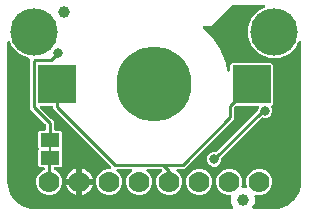
<source format=gbr>
G04 EAGLE Gerber RS-274X export*
G75*
%MOMM*%
%FSLAX34Y34*%
%LPD*%
%INBottom Copper*%
%IPPOS*%
%AMOC8*
5,1,8,0,0,1.08239X$1,22.5*%
G01*
%ADD10C,6.350000*%
%ADD11R,3.200000X3.200000*%
%ADD12C,4.016000*%
%ADD13R,1.600200X1.168400*%
%ADD14R,0.203200X0.635000*%
%ADD15C,1.000000*%
%ADD16C,1.778000*%
%ADD17C,0.800100*%
%ADD18C,0.254000*%

G36*
X192814Y2557D02*
X192814Y2557D01*
X192946Y2568D01*
X192972Y2577D01*
X192999Y2581D01*
X193122Y2629D01*
X193247Y2673D01*
X193269Y2688D01*
X193294Y2698D01*
X193401Y2775D01*
X193512Y2849D01*
X193530Y2869D01*
X193552Y2884D01*
X193636Y2987D01*
X193725Y3085D01*
X193737Y3109D01*
X193755Y3129D01*
X193811Y3249D01*
X193872Y3366D01*
X193879Y3393D01*
X193890Y3417D01*
X193915Y3547D01*
X193945Y3676D01*
X193945Y3703D01*
X193950Y3729D01*
X193942Y3861D01*
X193939Y3994D01*
X193932Y4020D01*
X193930Y4047D01*
X193889Y4173D01*
X193854Y4300D01*
X193837Y4335D01*
X193832Y4349D01*
X193820Y4368D01*
X193782Y4445D01*
X192016Y7504D01*
X192016Y12982D01*
X192019Y12998D01*
X192043Y13128D01*
X192042Y13154D01*
X192046Y13181D01*
X192032Y13313D01*
X192024Y13445D01*
X192016Y13470D01*
X192013Y13497D01*
X191967Y13621D01*
X191926Y13747D01*
X191911Y13770D01*
X191902Y13795D01*
X191827Y13904D01*
X191756Y14016D01*
X191736Y14034D01*
X191721Y14056D01*
X191621Y14143D01*
X191524Y14234D01*
X191501Y14247D01*
X191480Y14264D01*
X191361Y14324D01*
X191245Y14388D01*
X191220Y14394D01*
X191196Y14406D01*
X191066Y14434D01*
X190937Y14467D01*
X190900Y14469D01*
X190885Y14473D01*
X190863Y14472D01*
X190777Y14477D01*
X188327Y14477D01*
X184313Y16140D01*
X181240Y19213D01*
X179577Y23227D01*
X179577Y27573D01*
X181240Y31587D01*
X184313Y34660D01*
X188327Y36323D01*
X192673Y36323D01*
X196687Y34660D01*
X199760Y31587D01*
X201423Y27573D01*
X201423Y23227D01*
X200843Y21829D01*
X200830Y21781D01*
X200809Y21736D01*
X200788Y21628D01*
X200759Y21522D01*
X200759Y21472D01*
X200749Y21423D01*
X200756Y21314D01*
X200754Y21204D01*
X200766Y21156D01*
X200769Y21106D01*
X200803Y21002D01*
X200829Y20895D01*
X200852Y20851D01*
X200867Y20804D01*
X200926Y20711D01*
X200977Y20614D01*
X201011Y20577D01*
X201037Y20535D01*
X201117Y20460D01*
X201191Y20378D01*
X201233Y20351D01*
X201269Y20317D01*
X201365Y20264D01*
X201457Y20204D01*
X201504Y20187D01*
X201547Y20163D01*
X201654Y20136D01*
X201758Y20100D01*
X201807Y20096D01*
X201855Y20084D01*
X202016Y20074D01*
X204384Y20074D01*
X204433Y20080D01*
X204483Y20078D01*
X204590Y20100D01*
X204700Y20114D01*
X204746Y20132D01*
X204794Y20142D01*
X204893Y20190D01*
X204995Y20231D01*
X205035Y20260D01*
X205080Y20282D01*
X205164Y20353D01*
X205253Y20417D01*
X205284Y20456D01*
X205322Y20488D01*
X205385Y20578D01*
X205455Y20662D01*
X205477Y20707D01*
X205505Y20748D01*
X205544Y20851D01*
X205591Y20950D01*
X205600Y20999D01*
X205618Y21045D01*
X205630Y21155D01*
X205651Y21262D01*
X205648Y21312D01*
X205653Y21361D01*
X205638Y21470D01*
X205631Y21580D01*
X205616Y21627D01*
X205609Y21676D01*
X205557Y21829D01*
X204977Y23227D01*
X204977Y27573D01*
X206640Y31587D01*
X209713Y34660D01*
X213727Y36323D01*
X218073Y36323D01*
X222087Y34660D01*
X225160Y31587D01*
X226823Y27573D01*
X226823Y23227D01*
X225160Y19213D01*
X222087Y16140D01*
X218073Y14477D01*
X213727Y14477D01*
X213446Y14594D01*
X213385Y14611D01*
X213327Y14636D01*
X213232Y14652D01*
X213139Y14678D01*
X213076Y14679D01*
X213014Y14689D01*
X212918Y14681D01*
X212821Y14683D01*
X212760Y14668D01*
X212697Y14663D01*
X212606Y14631D01*
X212512Y14609D01*
X212456Y14579D01*
X212396Y14559D01*
X212316Y14505D01*
X212231Y14460D01*
X212184Y14418D01*
X212131Y14383D01*
X212067Y14311D01*
X211995Y14246D01*
X211961Y14193D01*
X211918Y14147D01*
X211874Y14061D01*
X211821Y13980D01*
X211800Y13921D01*
X211771Y13865D01*
X211749Y13771D01*
X211717Y13680D01*
X211712Y13617D01*
X211698Y13555D01*
X211700Y13459D01*
X211692Y13363D01*
X211703Y13300D01*
X211704Y13237D01*
X211730Y13145D01*
X211747Y13049D01*
X211773Y12992D01*
X211789Y12931D01*
X211844Y12821D01*
X211844Y7504D01*
X210078Y4445D01*
X210026Y4322D01*
X209970Y4203D01*
X209965Y4176D01*
X209954Y4151D01*
X209935Y4020D01*
X209910Y3890D01*
X209912Y3864D01*
X209908Y3837D01*
X209922Y3705D01*
X209930Y3573D01*
X209938Y3547D01*
X209941Y3521D01*
X209987Y3396D01*
X210028Y3271D01*
X210042Y3248D01*
X210052Y3222D01*
X210127Y3114D01*
X210198Y3002D01*
X210218Y2983D01*
X210233Y2961D01*
X210333Y2875D01*
X210430Y2784D01*
X210453Y2771D01*
X210474Y2753D01*
X210592Y2694D01*
X210708Y2630D01*
X210734Y2624D01*
X210758Y2612D01*
X210888Y2584D01*
X211016Y2551D01*
X211054Y2549D01*
X211070Y2545D01*
X211091Y2546D01*
X211177Y2541D01*
X228600Y2541D01*
X228622Y2543D01*
X228700Y2545D01*
X232077Y2810D01*
X232145Y2824D01*
X232214Y2829D01*
X232370Y2869D01*
X238794Y4956D01*
X238901Y5006D01*
X239012Y5050D01*
X239063Y5083D01*
X239082Y5091D01*
X239097Y5104D01*
X239148Y5136D01*
X244612Y9107D01*
X244699Y9188D01*
X244746Y9227D01*
X244752Y9231D01*
X244753Y9232D01*
X244791Y9264D01*
X244829Y9310D01*
X244844Y9324D01*
X244855Y9342D01*
X244893Y9388D01*
X248864Y14852D01*
X248921Y14956D01*
X248985Y15056D01*
X249007Y15113D01*
X249017Y15131D01*
X249022Y15151D01*
X249044Y15206D01*
X251131Y21630D01*
X251144Y21698D01*
X251167Y21764D01*
X251190Y21923D01*
X251455Y25300D01*
X251455Y25304D01*
X251456Y25307D01*
X251455Y25326D01*
X251459Y25400D01*
X251459Y143423D01*
X251451Y143492D01*
X251452Y143562D01*
X251431Y143649D01*
X251419Y143738D01*
X251394Y143803D01*
X251377Y143871D01*
X251335Y143951D01*
X251302Y144034D01*
X251261Y144090D01*
X251229Y144152D01*
X251168Y144219D01*
X251116Y144291D01*
X251062Y144336D01*
X251015Y144388D01*
X250940Y144437D01*
X250871Y144494D01*
X250807Y144524D01*
X250749Y144562D01*
X250664Y144592D01*
X250583Y144630D01*
X250514Y144643D01*
X250448Y144666D01*
X250359Y144673D01*
X250271Y144690D01*
X250201Y144685D01*
X250131Y144691D01*
X250043Y144675D01*
X249953Y144670D01*
X249887Y144648D01*
X249818Y144636D01*
X249736Y144599D01*
X249651Y144572D01*
X249592Y144534D01*
X249528Y144506D01*
X249458Y144450D01*
X249382Y144402D01*
X249334Y144351D01*
X249280Y144307D01*
X249225Y144235D01*
X249164Y144170D01*
X249130Y144109D01*
X249088Y144053D01*
X249017Y143909D01*
X247346Y139874D01*
X241126Y133654D01*
X232999Y130287D01*
X224201Y130287D01*
X216074Y133654D01*
X209854Y139874D01*
X206487Y148001D01*
X206487Y156799D01*
X209854Y164926D01*
X216074Y171146D01*
X220109Y172817D01*
X220169Y172852D01*
X220234Y172878D01*
X220307Y172930D01*
X220385Y172975D01*
X220435Y173023D01*
X220491Y173064D01*
X220549Y173134D01*
X220613Y173196D01*
X220650Y173256D01*
X220694Y173309D01*
X220733Y173391D01*
X220780Y173467D01*
X220800Y173534D01*
X220830Y173597D01*
X220847Y173685D01*
X220873Y173771D01*
X220876Y173841D01*
X220890Y173910D01*
X220884Y173999D01*
X220888Y174089D01*
X220874Y174157D01*
X220870Y174227D01*
X220842Y174312D01*
X220824Y174400D01*
X220793Y174463D01*
X220772Y174529D01*
X220724Y174605D01*
X220684Y174686D01*
X220639Y174739D01*
X220602Y174798D01*
X220536Y174860D01*
X220478Y174928D01*
X220421Y174968D01*
X220370Y175016D01*
X220291Y175059D01*
X220218Y175111D01*
X220153Y175136D01*
X220092Y175170D01*
X220005Y175192D01*
X219921Y175224D01*
X219851Y175232D01*
X219784Y175249D01*
X219623Y175259D01*
X193348Y175259D01*
X193250Y175247D01*
X193151Y175244D01*
X193093Y175227D01*
X193033Y175219D01*
X192941Y175183D01*
X192845Y175155D01*
X192793Y175125D01*
X192737Y175102D01*
X192657Y175044D01*
X192572Y174994D01*
X192496Y174928D01*
X192480Y174916D01*
X192472Y174906D01*
X192451Y174888D01*
X175042Y157479D01*
X169379Y157479D01*
X169241Y157462D01*
X169102Y157449D01*
X169083Y157442D01*
X169063Y157439D01*
X168934Y157388D01*
X168803Y157341D01*
X168786Y157330D01*
X168767Y157322D01*
X168655Y157241D01*
X168540Y157163D01*
X168526Y157147D01*
X168510Y157136D01*
X168421Y157028D01*
X168329Y156924D01*
X168320Y156906D01*
X168307Y156891D01*
X168248Y156765D01*
X168185Y156641D01*
X168180Y156621D01*
X168172Y156603D01*
X168146Y156467D01*
X168115Y156331D01*
X168116Y156310D01*
X168112Y156291D01*
X168120Y156152D01*
X168125Y156013D01*
X168130Y155993D01*
X168132Y155973D01*
X168174Y155841D01*
X168213Y155707D01*
X168223Y155690D01*
X168230Y155671D01*
X168304Y155553D01*
X168375Y155433D01*
X168393Y155412D01*
X168400Y155402D01*
X168415Y155388D01*
X168481Y155313D01*
X175797Y147997D01*
X182672Y137707D01*
X187408Y126275D01*
X188707Y119741D01*
X188718Y119708D01*
X188723Y119674D01*
X188768Y119558D01*
X188808Y119440D01*
X188827Y119410D01*
X188840Y119378D01*
X188913Y119277D01*
X188980Y119173D01*
X189006Y119149D01*
X189026Y119120D01*
X189123Y119041D01*
X189214Y118957D01*
X189244Y118940D01*
X189271Y118918D01*
X189384Y118865D01*
X189494Y118805D01*
X189528Y118797D01*
X189559Y118782D01*
X189681Y118759D01*
X189802Y118729D01*
X189837Y118729D01*
X189872Y118722D01*
X189996Y118730D01*
X190120Y118731D01*
X190154Y118740D01*
X190189Y118742D01*
X190307Y118780D01*
X190428Y118812D01*
X190458Y118829D01*
X190491Y118840D01*
X190597Y118907D01*
X190705Y118967D01*
X190731Y118992D01*
X190760Y119010D01*
X190846Y119101D01*
X190936Y119187D01*
X190954Y119216D01*
X190978Y119242D01*
X191038Y119351D01*
X191104Y119456D01*
X191115Y119490D01*
X191132Y119520D01*
X191163Y119641D01*
X191200Y119760D01*
X191202Y119795D01*
X191211Y119828D01*
X191221Y119989D01*
X191221Y124792D01*
X192412Y125983D01*
X226096Y125983D01*
X227287Y124792D01*
X227287Y91108D01*
X226384Y90206D01*
X226366Y90182D01*
X226344Y90163D01*
X226269Y90057D01*
X226189Y89954D01*
X226178Y89927D01*
X226161Y89903D01*
X226114Y89781D01*
X226063Y89662D01*
X226058Y89633D01*
X226048Y89606D01*
X226033Y89477D01*
X226013Y89348D01*
X226016Y89319D01*
X226013Y89290D01*
X226031Y89161D01*
X226043Y89032D01*
X226053Y89004D01*
X226057Y88975D01*
X226109Y88822D01*
X226930Y86841D01*
X226930Y84441D01*
X226011Y82224D01*
X224314Y80527D01*
X222096Y79608D01*
X219696Y79608D01*
X219018Y79889D01*
X218989Y79897D01*
X218963Y79910D01*
X218836Y79939D01*
X218711Y79973D01*
X218682Y79973D01*
X218653Y79980D01*
X218523Y79976D01*
X218393Y79978D01*
X218364Y79971D01*
X218335Y79970D01*
X218210Y79934D01*
X218084Y79904D01*
X218058Y79890D01*
X218029Y79882D01*
X217918Y79816D01*
X217910Y79812D01*
X217900Y79808D01*
X217893Y79803D01*
X217803Y79755D01*
X217781Y79735D01*
X217756Y79720D01*
X217643Y79622D01*
X217643Y79621D01*
X217635Y79614D01*
X184205Y46184D01*
X184144Y46106D01*
X184076Y46034D01*
X184047Y45981D01*
X184010Y45933D01*
X183971Y45842D01*
X183923Y45755D01*
X183908Y45697D01*
X183884Y45641D01*
X183868Y45543D01*
X183843Y45447D01*
X183837Y45347D01*
X183834Y45327D01*
X183835Y45315D01*
X183833Y45287D01*
X183833Y43250D01*
X182915Y41032D01*
X181218Y39335D01*
X179000Y38417D01*
X176600Y38417D01*
X174382Y39335D01*
X172685Y41032D01*
X171767Y43250D01*
X171767Y45650D01*
X172685Y47868D01*
X174382Y49565D01*
X176600Y50483D01*
X178637Y50483D01*
X178735Y50496D01*
X178834Y50499D01*
X178892Y50515D01*
X178952Y50523D01*
X179044Y50560D01*
X179139Y50587D01*
X179192Y50618D01*
X179248Y50640D01*
X179328Y50698D01*
X179413Y50749D01*
X179489Y50815D01*
X179505Y50827D01*
X179513Y50836D01*
X179534Y50855D01*
X214491Y85812D01*
X214552Y85890D01*
X214620Y85963D01*
X214649Y86016D01*
X214686Y86063D01*
X214726Y86154D01*
X214773Y86241D01*
X214789Y86300D01*
X214813Y86355D01*
X214828Y86453D01*
X214853Y86549D01*
X214859Y86649D01*
X214862Y86669D01*
X214861Y86682D01*
X214863Y86710D01*
X214863Y86841D01*
X215410Y88162D01*
X215423Y88210D01*
X215445Y88255D01*
X215465Y88363D01*
X215494Y88469D01*
X215495Y88519D01*
X215504Y88568D01*
X215497Y88677D01*
X215499Y88787D01*
X215488Y88835D01*
X215485Y88885D01*
X215451Y88989D01*
X215425Y89096D01*
X215402Y89140D01*
X215387Y89187D01*
X215328Y89280D01*
X215276Y89377D01*
X215243Y89414D01*
X215216Y89456D01*
X215136Y89531D01*
X215062Y89613D01*
X215021Y89640D01*
X214985Y89674D01*
X214889Y89727D01*
X214797Y89787D01*
X214750Y89804D01*
X214706Y89828D01*
X214600Y89855D01*
X214496Y89891D01*
X214446Y89895D01*
X214398Y89907D01*
X214238Y89917D01*
X196418Y89917D01*
X196320Y89905D01*
X196221Y89902D01*
X196162Y89885D01*
X196102Y89877D01*
X196010Y89841D01*
X195915Y89813D01*
X195863Y89783D01*
X195807Y89760D01*
X195727Y89702D01*
X195641Y89652D01*
X195566Y89586D01*
X195549Y89574D01*
X195541Y89564D01*
X195520Y89546D01*
X194766Y88791D01*
X194705Y88713D01*
X194637Y88641D01*
X194608Y88588D01*
X194571Y88540D01*
X194531Y88449D01*
X194484Y88362D01*
X194468Y88303D01*
X194444Y88248D01*
X194429Y88150D01*
X194404Y88054D01*
X194398Y87954D01*
X194395Y87934D01*
X194396Y87921D01*
X194394Y87893D01*
X194394Y78765D01*
X152332Y36702D01*
X146909Y36702D01*
X146772Y36685D01*
X146633Y36672D01*
X146614Y36665D01*
X146593Y36662D01*
X146465Y36611D01*
X146333Y36564D01*
X146317Y36553D01*
X146298Y36545D01*
X146185Y36464D01*
X146070Y36386D01*
X146057Y36370D01*
X146040Y36359D01*
X145952Y36251D01*
X145860Y36147D01*
X145851Y36129D01*
X145838Y36114D01*
X145778Y35988D01*
X145715Y35864D01*
X145711Y35844D01*
X145702Y35826D01*
X145676Y35690D01*
X145646Y35554D01*
X145646Y35533D01*
X145642Y35514D01*
X145651Y35375D01*
X145655Y35236D01*
X145661Y35216D01*
X145662Y35196D01*
X145705Y35064D01*
X145744Y34930D01*
X145754Y34913D01*
X145760Y34894D01*
X145835Y34776D01*
X145905Y34656D01*
X145924Y34635D01*
X145930Y34625D01*
X145945Y34611D01*
X146012Y34536D01*
X148960Y31587D01*
X150623Y27573D01*
X150623Y23227D01*
X148960Y19213D01*
X145887Y16140D01*
X141873Y14477D01*
X137527Y14477D01*
X133513Y16140D01*
X130440Y19213D01*
X128777Y23227D01*
X128777Y27573D01*
X130440Y31587D01*
X133189Y34336D01*
X133262Y34430D01*
X133340Y34519D01*
X133359Y34555D01*
X133384Y34587D01*
X133431Y34696D01*
X133485Y34802D01*
X133494Y34842D01*
X133510Y34879D01*
X133529Y34997D01*
X133555Y35113D01*
X133553Y35153D01*
X133560Y35193D01*
X133549Y35312D01*
X133545Y35430D01*
X133534Y35469D01*
X133530Y35509D01*
X133490Y35622D01*
X133457Y35736D01*
X133436Y35771D01*
X133422Y35809D01*
X133356Y35907D01*
X133295Y36010D01*
X133255Y36055D01*
X133244Y36072D01*
X133228Y36085D01*
X133189Y36131D01*
X132989Y36331D01*
X132910Y36391D01*
X132838Y36459D01*
X132785Y36488D01*
X132737Y36525D01*
X132647Y36565D01*
X132560Y36613D01*
X132501Y36628D01*
X132445Y36652D01*
X132348Y36667D01*
X132252Y36692D01*
X132152Y36698D01*
X132131Y36702D01*
X132119Y36700D01*
X132091Y36702D01*
X121509Y36702D01*
X121372Y36685D01*
X121233Y36672D01*
X121214Y36665D01*
X121193Y36662D01*
X121065Y36611D01*
X120933Y36564D01*
X120917Y36553D01*
X120898Y36545D01*
X120785Y36464D01*
X120670Y36386D01*
X120657Y36370D01*
X120640Y36359D01*
X120552Y36251D01*
X120460Y36147D01*
X120451Y36129D01*
X120438Y36114D01*
X120378Y35988D01*
X120315Y35864D01*
X120311Y35844D01*
X120302Y35826D01*
X120276Y35690D01*
X120246Y35554D01*
X120246Y35533D01*
X120242Y35514D01*
X120251Y35375D01*
X120255Y35236D01*
X120261Y35216D01*
X120262Y35196D01*
X120305Y35064D01*
X120344Y34930D01*
X120354Y34913D01*
X120360Y34894D01*
X120435Y34776D01*
X120505Y34656D01*
X120524Y34635D01*
X120530Y34625D01*
X120545Y34611D01*
X120612Y34536D01*
X123560Y31587D01*
X125223Y27573D01*
X125223Y23227D01*
X123560Y19213D01*
X120487Y16140D01*
X116473Y14477D01*
X112127Y14477D01*
X108113Y16140D01*
X105040Y19213D01*
X103377Y23227D01*
X103377Y27573D01*
X105040Y31587D01*
X107988Y34536D01*
X108074Y34645D01*
X108162Y34752D01*
X108171Y34771D01*
X108183Y34787D01*
X108239Y34915D01*
X108298Y35040D01*
X108302Y35060D01*
X108310Y35079D01*
X108332Y35217D01*
X108358Y35353D01*
X108356Y35373D01*
X108360Y35393D01*
X108347Y35531D01*
X108338Y35670D01*
X108332Y35689D01*
X108330Y35709D01*
X108283Y35841D01*
X108240Y35972D01*
X108229Y35990D01*
X108222Y36009D01*
X108144Y36124D01*
X108070Y36241D01*
X108055Y36255D01*
X108044Y36272D01*
X107939Y36364D01*
X107838Y36459D01*
X107820Y36469D01*
X107805Y36482D01*
X107681Y36546D01*
X107560Y36613D01*
X107540Y36618D01*
X107522Y36627D01*
X107386Y36657D01*
X107252Y36692D01*
X107224Y36694D01*
X107212Y36697D01*
X107191Y36696D01*
X107091Y36702D01*
X96109Y36702D01*
X95972Y36685D01*
X95833Y36672D01*
X95814Y36665D01*
X95793Y36662D01*
X95665Y36611D01*
X95533Y36564D01*
X95517Y36553D01*
X95498Y36545D01*
X95385Y36464D01*
X95270Y36386D01*
X95257Y36370D01*
X95240Y36359D01*
X95152Y36251D01*
X95060Y36147D01*
X95051Y36129D01*
X95038Y36114D01*
X94978Y35988D01*
X94915Y35864D01*
X94911Y35844D01*
X94902Y35826D01*
X94876Y35690D01*
X94846Y35554D01*
X94846Y35533D01*
X94842Y35514D01*
X94851Y35375D01*
X94855Y35236D01*
X94861Y35216D01*
X94862Y35196D01*
X94905Y35064D01*
X94944Y34930D01*
X94954Y34913D01*
X94960Y34894D01*
X95035Y34776D01*
X95105Y34656D01*
X95124Y34635D01*
X95130Y34625D01*
X95145Y34611D01*
X95212Y34536D01*
X98160Y31587D01*
X99823Y27573D01*
X99823Y23227D01*
X98160Y19213D01*
X95087Y16140D01*
X91073Y14477D01*
X86727Y14477D01*
X82713Y16140D01*
X79640Y19213D01*
X77977Y23227D01*
X77977Y27573D01*
X79640Y31587D01*
X82713Y34660D01*
X86727Y36323D01*
X89292Y36323D01*
X89430Y36340D01*
X89569Y36353D01*
X89588Y36360D01*
X89608Y36363D01*
X89737Y36414D01*
X89868Y36461D01*
X89885Y36472D01*
X89903Y36480D01*
X90016Y36561D01*
X90131Y36639D01*
X90144Y36655D01*
X90161Y36666D01*
X90249Y36774D01*
X90342Y36878D01*
X90351Y36896D01*
X90364Y36911D01*
X90423Y37037D01*
X90486Y37161D01*
X90491Y37181D01*
X90499Y37199D01*
X90525Y37335D01*
X90556Y37471D01*
X90555Y37492D01*
X90559Y37511D01*
X90550Y37650D01*
X90546Y37789D01*
X90540Y37809D01*
X90539Y37829D01*
X90496Y37961D01*
X90458Y38095D01*
X90447Y38112D01*
X90441Y38131D01*
X90367Y38249D01*
X90296Y38369D01*
X90278Y38390D01*
X90271Y38400D01*
X90256Y38414D01*
X90190Y38489D01*
X41443Y87236D01*
X41443Y88648D01*
X41428Y88766D01*
X41421Y88885D01*
X41408Y88923D01*
X41403Y88964D01*
X41360Y89074D01*
X41323Y89187D01*
X41301Y89222D01*
X41286Y89259D01*
X41217Y89355D01*
X41153Y89456D01*
X41123Y89484D01*
X41100Y89517D01*
X41008Y89593D01*
X40921Y89674D01*
X40886Y89694D01*
X40855Y89719D01*
X40747Y89770D01*
X40643Y89828D01*
X40603Y89838D01*
X40567Y89855D01*
X40450Y89877D01*
X40335Y89907D01*
X40275Y89911D01*
X40255Y89915D01*
X40234Y89913D01*
X40174Y89917D01*
X31483Y89917D01*
X31345Y89900D01*
X31206Y89887D01*
X31187Y89880D01*
X31167Y89877D01*
X31038Y89826D01*
X30907Y89779D01*
X30890Y89768D01*
X30872Y89760D01*
X30759Y89679D01*
X30644Y89601D01*
X30631Y89585D01*
X30614Y89574D01*
X30526Y89466D01*
X30433Y89362D01*
X30424Y89344D01*
X30411Y89329D01*
X30352Y89203D01*
X30289Y89079D01*
X30284Y89059D01*
X30276Y89041D01*
X30250Y88905D01*
X30219Y88769D01*
X30220Y88748D01*
X30216Y88729D01*
X30225Y88590D01*
X30229Y88451D01*
X30235Y88431D01*
X30236Y88411D01*
X30279Y88279D01*
X30317Y88145D01*
X30328Y88128D01*
X30334Y88109D01*
X30408Y87991D01*
X30479Y87871D01*
X30497Y87850D01*
X30504Y87840D01*
X30519Y87826D01*
X30585Y87751D01*
X39493Y78843D01*
X41800Y76536D01*
X41800Y70104D01*
X41815Y69986D01*
X41822Y69867D01*
X41834Y69829D01*
X41839Y69788D01*
X41883Y69678D01*
X41920Y69565D01*
X41942Y69530D01*
X41956Y69493D01*
X42026Y69397D01*
X42090Y69296D01*
X42120Y69268D01*
X42143Y69235D01*
X42235Y69159D01*
X42322Y69078D01*
X42357Y69058D01*
X42388Y69033D01*
X42496Y68982D01*
X42600Y68924D01*
X42639Y68914D01*
X42676Y68897D01*
X42793Y68875D01*
X42908Y68845D01*
X42968Y68841D01*
X42988Y68837D01*
X43009Y68839D01*
X43069Y68835D01*
X47578Y68835D01*
X48769Y67644D01*
X48769Y54276D01*
X48730Y54237D01*
X48657Y54143D01*
X48578Y54054D01*
X48560Y54018D01*
X48535Y53986D01*
X48488Y53877D01*
X48434Y53771D01*
X48425Y53731D01*
X48409Y53694D01*
X48390Y53577D01*
X48364Y53461D01*
X48365Y53420D01*
X48359Y53380D01*
X48370Y53261D01*
X48374Y53143D01*
X48385Y53104D01*
X48389Y53064D01*
X48429Y52952D01*
X48462Y52837D01*
X48483Y52802D01*
X48496Y52764D01*
X48563Y52666D01*
X48624Y52563D01*
X48664Y52518D01*
X48675Y52501D01*
X48690Y52488D01*
X48730Y52442D01*
X48769Y52404D01*
X48769Y39036D01*
X47578Y37845D01*
X42978Y37845D01*
X42909Y37837D01*
X42839Y37838D01*
X42751Y37817D01*
X42662Y37805D01*
X42597Y37780D01*
X42530Y37763D01*
X42450Y37721D01*
X42367Y37688D01*
X42310Y37647D01*
X42248Y37615D01*
X42182Y37554D01*
X42109Y37502D01*
X42065Y37448D01*
X42013Y37401D01*
X41964Y37326D01*
X41906Y37257D01*
X41877Y37193D01*
X41838Y37135D01*
X41809Y37050D01*
X41771Y36969D01*
X41758Y36900D01*
X41735Y36834D01*
X41728Y36745D01*
X41711Y36657D01*
X41715Y36587D01*
X41710Y36517D01*
X41725Y36429D01*
X41731Y36339D01*
X41752Y36273D01*
X41764Y36204D01*
X41801Y36122D01*
X41829Y36037D01*
X41866Y35978D01*
X41895Y35914D01*
X41951Y35844D01*
X41999Y35768D01*
X42050Y35720D01*
X42094Y35666D01*
X42165Y35611D01*
X42231Y35550D01*
X42292Y35516D01*
X42348Y35474D01*
X42492Y35403D01*
X44287Y34660D01*
X47360Y31587D01*
X49023Y27573D01*
X49023Y23227D01*
X47360Y19213D01*
X44287Y16140D01*
X40273Y14477D01*
X35927Y14477D01*
X31913Y16140D01*
X28840Y19213D01*
X27177Y23227D01*
X27177Y27573D01*
X28840Y31587D01*
X31913Y34660D01*
X33708Y35403D01*
X33768Y35438D01*
X33833Y35464D01*
X33906Y35516D01*
X33984Y35561D01*
X34034Y35609D01*
X34091Y35650D01*
X34148Y35720D01*
X34213Y35782D01*
X34249Y35842D01*
X34294Y35895D01*
X34332Y35977D01*
X34379Y36053D01*
X34399Y36120D01*
X34429Y36183D01*
X34446Y36271D01*
X34472Y36357D01*
X34476Y36427D01*
X34489Y36496D01*
X34483Y36585D01*
X34488Y36675D01*
X34473Y36743D01*
X34469Y36813D01*
X34441Y36898D01*
X34423Y36986D01*
X34393Y37049D01*
X34371Y37115D01*
X34323Y37191D01*
X34284Y37272D01*
X34238Y37325D01*
X34201Y37384D01*
X34136Y37446D01*
X34077Y37514D01*
X34020Y37554D01*
X33969Y37602D01*
X33891Y37645D01*
X33817Y37697D01*
X33752Y37722D01*
X33691Y37756D01*
X33604Y37778D01*
X33520Y37810D01*
X33450Y37818D01*
X33383Y37835D01*
X33222Y37845D01*
X29892Y37845D01*
X28701Y39036D01*
X28701Y52404D01*
X28740Y52442D01*
X28813Y52537D01*
X28892Y52626D01*
X28910Y52662D01*
X28935Y52694D01*
X28982Y52803D01*
X29036Y52909D01*
X29045Y52949D01*
X29061Y52986D01*
X29080Y53103D01*
X29106Y53219D01*
X29105Y53260D01*
X29111Y53300D01*
X29100Y53418D01*
X29096Y53537D01*
X29085Y53576D01*
X29081Y53616D01*
X29041Y53729D01*
X29008Y53843D01*
X28987Y53877D01*
X28974Y53916D01*
X28907Y54014D01*
X28846Y54117D01*
X28806Y54162D01*
X28795Y54179D01*
X28780Y54192D01*
X28740Y54237D01*
X28701Y54276D01*
X28701Y67644D01*
X29892Y68835D01*
X33925Y68835D01*
X34043Y68850D01*
X34162Y68857D01*
X34200Y68870D01*
X34240Y68875D01*
X34351Y68918D01*
X34464Y68955D01*
X34499Y68977D01*
X34536Y68992D01*
X34632Y69061D01*
X34733Y69125D01*
X34761Y69155D01*
X34793Y69178D01*
X34869Y69270D01*
X34951Y69357D01*
X34970Y69392D01*
X34996Y69423D01*
X35047Y69531D01*
X35104Y69635D01*
X35115Y69675D01*
X35132Y69711D01*
X35154Y69828D01*
X35184Y69943D01*
X35188Y70003D01*
X35192Y70023D01*
X35190Y70044D01*
X35194Y70104D01*
X35194Y73274D01*
X35182Y73373D01*
X35179Y73472D01*
X35162Y73530D01*
X35154Y73590D01*
X35118Y73682D01*
X35090Y73777D01*
X35060Y73829D01*
X35037Y73886D01*
X34979Y73966D01*
X34929Y74051D01*
X34862Y74126D01*
X34850Y74143D01*
X34841Y74151D01*
X34822Y74172D01*
X21462Y87532D01*
X21462Y129248D01*
X21459Y129278D01*
X21461Y129307D01*
X21439Y129435D01*
X21422Y129564D01*
X21412Y129591D01*
X21407Y129620D01*
X21353Y129739D01*
X21305Y129860D01*
X21288Y129883D01*
X21276Y129910D01*
X21195Y130012D01*
X21119Y130117D01*
X21096Y130136D01*
X21077Y130159D01*
X20974Y130237D01*
X20874Y130320D01*
X20847Y130332D01*
X20823Y130350D01*
X20679Y130421D01*
X12874Y133654D01*
X6654Y139874D01*
X4983Y143909D01*
X4948Y143969D01*
X4922Y144034D01*
X4870Y144107D01*
X4825Y144185D01*
X4777Y144235D01*
X4736Y144291D01*
X4666Y144349D01*
X4604Y144413D01*
X4544Y144450D01*
X4491Y144494D01*
X4409Y144533D01*
X4333Y144580D01*
X4266Y144600D01*
X4203Y144630D01*
X4115Y144647D01*
X4029Y144673D01*
X3959Y144676D01*
X3890Y144690D01*
X3801Y144684D01*
X3711Y144688D01*
X3643Y144674D01*
X3573Y144670D01*
X3488Y144642D01*
X3400Y144624D01*
X3337Y144593D01*
X3271Y144572D01*
X3195Y144524D01*
X3114Y144484D01*
X3061Y144439D01*
X3002Y144402D01*
X2940Y144336D01*
X2872Y144278D01*
X2832Y144221D01*
X2784Y144170D01*
X2741Y144091D01*
X2689Y144018D01*
X2664Y143953D01*
X2630Y143892D01*
X2608Y143805D01*
X2576Y143721D01*
X2568Y143651D01*
X2551Y143584D01*
X2541Y143423D01*
X2541Y25400D01*
X2543Y25378D01*
X2545Y25300D01*
X2810Y21923D01*
X2824Y21855D01*
X2829Y21786D01*
X2869Y21630D01*
X4956Y15206D01*
X5006Y15099D01*
X5050Y14988D01*
X5083Y14937D01*
X5091Y14918D01*
X5104Y14903D01*
X5136Y14852D01*
X9107Y9388D01*
X9127Y9366D01*
X9138Y9348D01*
X9184Y9305D01*
X9188Y9301D01*
X9264Y9209D01*
X9310Y9171D01*
X9324Y9156D01*
X9342Y9145D01*
X9388Y9107D01*
X14852Y5136D01*
X14956Y5079D01*
X15056Y5015D01*
X15113Y4993D01*
X15131Y4983D01*
X15151Y4978D01*
X15206Y4956D01*
X21630Y2869D01*
X21698Y2856D01*
X21764Y2833D01*
X21923Y2810D01*
X25300Y2545D01*
X25322Y2546D01*
X25400Y2541D01*
X192683Y2541D01*
X192814Y2557D01*
G37*
%LPC*%
G36*
X162927Y14477D02*
X162927Y14477D01*
X158913Y16140D01*
X155840Y19213D01*
X154177Y23227D01*
X154177Y27573D01*
X155840Y31587D01*
X158913Y34660D01*
X162927Y36323D01*
X167273Y36323D01*
X171287Y34660D01*
X174360Y31587D01*
X176023Y27573D01*
X176023Y23227D01*
X174360Y19213D01*
X171287Y16140D01*
X167273Y14477D01*
X162927Y14477D01*
G37*
%LPD*%
%LPC*%
G36*
X65999Y27899D02*
X65999Y27899D01*
X65999Y36577D01*
X66177Y36549D01*
X67888Y35993D01*
X69491Y35177D01*
X70947Y34119D01*
X72219Y32847D01*
X73277Y31391D01*
X74093Y29788D01*
X74649Y28077D01*
X74677Y27899D01*
X65999Y27899D01*
G37*
%LPD*%
%LPC*%
G36*
X52323Y27899D02*
X52323Y27899D01*
X52351Y28077D01*
X52907Y29788D01*
X53723Y31391D01*
X54781Y32847D01*
X56053Y34119D01*
X57509Y35177D01*
X59112Y35993D01*
X60823Y36549D01*
X61001Y36577D01*
X61001Y27899D01*
X52323Y27899D01*
G37*
%LPD*%
%LPC*%
G36*
X65999Y22901D02*
X65999Y22901D01*
X74677Y22901D01*
X74649Y22723D01*
X74093Y21012D01*
X73277Y19409D01*
X72219Y17953D01*
X70947Y16681D01*
X69491Y15623D01*
X67888Y14807D01*
X66177Y14251D01*
X65999Y14223D01*
X65999Y22901D01*
G37*
%LPD*%
%LPC*%
G36*
X60823Y14251D02*
X60823Y14251D01*
X59112Y14807D01*
X57509Y15623D01*
X56053Y16681D01*
X54781Y17953D01*
X53723Y19409D01*
X52907Y21012D01*
X52351Y22723D01*
X52323Y22901D01*
X61001Y22901D01*
X61001Y14223D01*
X60823Y14251D01*
G37*
%LPD*%
D10*
X127000Y107950D03*
D11*
X209254Y107950D03*
X44746Y107950D03*
D12*
X25400Y152400D03*
X228600Y152400D03*
D13*
X38735Y45720D03*
X38735Y60960D03*
D14*
X38735Y53340D03*
D15*
X50800Y168910D03*
X201930Y10160D03*
D16*
X38100Y25400D03*
X63500Y25400D03*
X88900Y25400D03*
X114300Y25400D03*
X139700Y25400D03*
X165100Y25400D03*
X190500Y25400D03*
X215900Y25400D03*
D17*
X203200Y33655D03*
X219710Y75565D03*
X244475Y38100D03*
X246380Y130810D03*
X127000Y107950D03*
X10795Y75565D03*
X33655Y8890D03*
X177800Y44450D03*
X220896Y85641D03*
D18*
X218991Y85641D01*
X177800Y44450D01*
X38735Y45720D02*
X38100Y45085D01*
X38100Y25400D01*
X44746Y88604D02*
X44746Y107950D01*
X93345Y40005D02*
X133985Y40005D01*
X139700Y34290D01*
X139700Y25400D01*
X93345Y40005D02*
X44746Y88604D01*
X191091Y89787D02*
X209254Y107950D01*
X191091Y89787D02*
X191091Y80133D01*
X150964Y40005D01*
X133985Y40005D01*
D17*
X45085Y134620D03*
D18*
X39483Y129018D01*
X26035Y129018D01*
X24765Y127748D01*
X24765Y88900D01*
X38497Y75168D01*
X38497Y61198D01*
X38735Y60960D01*
M02*

</source>
